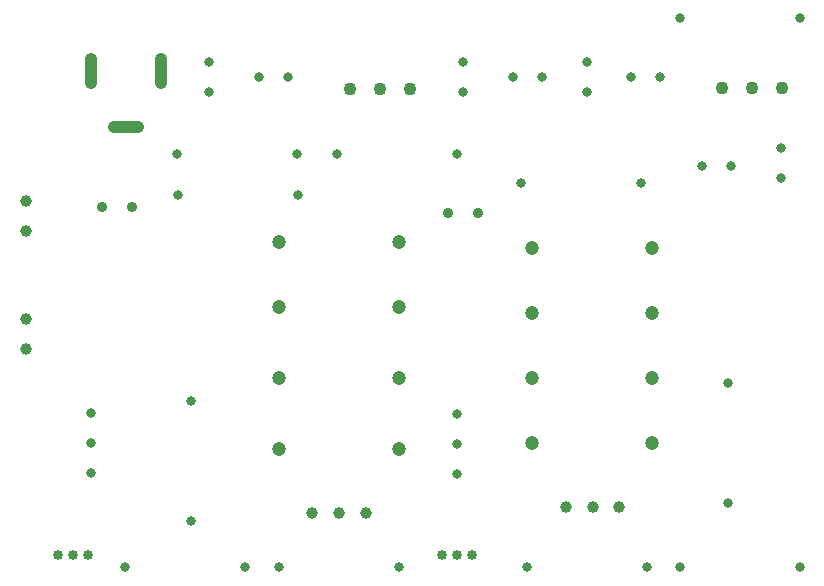
<source format=gbr>
%TF.GenerationSoftware,KiCad,Pcbnew,9.0.7*%
%TF.CreationDate,2026-02-15T23:24:22+05:30*%
%TF.ProjectId,Battery_Management_System,42617474-6572-4795-9f4d-616e6167656d,rev?*%
%TF.SameCoordinates,Original*%
%TF.FileFunction,Plated,1,2,PTH,Mixed*%
%TF.FilePolarity,Positive*%
%FSLAX46Y46*%
G04 Gerber Fmt 4.6, Leading zero omitted, Abs format (unit mm)*
G04 Created by KiCad (PCBNEW 9.0.7) date 2026-02-15 23:24:22*
%MOMM*%
%LPD*%
G01*
G04 APERTURE LIST*
%TA.AperFunction,ComponentDrill*%
%ADD10C,0.800000*%
%TD*%
%TA.AperFunction,ComponentDrill*%
%ADD11C,0.850000*%
%TD*%
%TA.AperFunction,ComponentDrill*%
%ADD12C,0.900000*%
%TD*%
%TA.AperFunction,ComponentDrill*%
%ADD13C,1.000000*%
%TD*%
G04 aperture for slot hole*
%TA.AperFunction,ComponentDrill*%
%ADD14C,1.000000*%
%TD*%
%TA.AperFunction,ComponentDrill*%
%ADD15C,1.100000*%
%TD*%
%TA.AperFunction,ComponentDrill*%
%ADD16C,1.200000*%
%TD*%
G04 APERTURE END LIST*
D10*
%TO.C,RV1*%
X104000000Y-114960000D03*
X104000000Y-117500000D03*
X104000000Y-120040000D03*
%TO.C,R1*%
X106920000Y-128000000D03*
%TO.C,R10*%
X111340000Y-93000000D03*
%TO.C,R11*%
X111420000Y-96500000D03*
%TO.C,R2*%
X112500000Y-113920000D03*
X112500000Y-124080000D03*
%TO.C,C2*%
X114000000Y-85250000D03*
X114000000Y-87750000D03*
%TO.C,R1*%
X117080000Y-128000000D03*
%TO.C,C8*%
X118250000Y-86500000D03*
%TO.C,R3*%
X119920000Y-128000000D03*
%TO.C,C8*%
X120750000Y-86500000D03*
%TO.C,R10*%
X121500000Y-93000000D03*
%TO.C,R11*%
X121580000Y-96500000D03*
%TO.C,R9*%
X124840000Y-93000000D03*
%TO.C,R3*%
X130080000Y-128000000D03*
%TO.C,R9*%
X135000000Y-93000000D03*
%TO.C,RV2*%
X135000000Y-115000000D03*
X135000000Y-117540000D03*
X135000000Y-120080000D03*
%TO.C,C1*%
X135500000Y-85250000D03*
X135500000Y-87750000D03*
%TO.C,C3*%
X139750000Y-86500000D03*
%TO.C,R20*%
X140420000Y-95500000D03*
%TO.C,R19*%
X140920000Y-128000000D03*
%TO.C,C3*%
X142250000Y-86500000D03*
%TO.C,C4*%
X146000000Y-85250000D03*
X146000000Y-87750000D03*
%TO.C,C6*%
X149750000Y-86500000D03*
%TO.C,R20*%
X150580000Y-95500000D03*
%TO.C,R19*%
X151080000Y-128000000D03*
%TO.C,C6*%
X152250000Y-86500000D03*
%TO.C,R14*%
X153920000Y-81500000D03*
%TO.C,R17*%
X153920000Y-128000000D03*
%TO.C,C5*%
X155750000Y-94000000D03*
%TO.C,R18*%
X158000000Y-112420000D03*
X158000000Y-122580000D03*
%TO.C,C5*%
X158250000Y-94000000D03*
%TO.C,C7*%
X162500000Y-92500000D03*
X162500000Y-95000000D03*
%TO.C,R14*%
X164080000Y-81500000D03*
%TO.C,R17*%
X164080000Y-128000000D03*
D11*
%TO.C,U3*%
X101230000Y-127000000D03*
X102500000Y-127000000D03*
X103770000Y-127000000D03*
%TO.C,U5*%
X133730000Y-127000000D03*
X135000000Y-127000000D03*
X136270000Y-127000000D03*
D12*
%TO.C,D10*%
X104960000Y-97500000D03*
X107500000Y-97500000D03*
%TO.C,D15*%
X134230000Y-98000000D03*
X136770000Y-98000000D03*
D13*
%TO.C,B1+*%
X98500000Y-97000000D03*
X98500000Y-99540000D03*
%TO.C,B2+*%
X98500000Y-107000000D03*
X98500000Y-109540000D03*
D14*
%TO.C,J1*%
X104000000Y-87000000D02*
X104000000Y-85000000D01*
X108000000Y-90700000D02*
X106000000Y-90700000D01*
X110000000Y-87000000D02*
X110000000Y-85000000D01*
D13*
%TO.C,Q1*%
X122725000Y-123375000D03*
X125005000Y-123375000D03*
X127285000Y-123375000D03*
%TO.C,Q3*%
X144225000Y-122875000D03*
X146505000Y-122875000D03*
X148785000Y-122875000D03*
D15*
%TO.C,U2*%
X126000000Y-87500000D03*
X128540000Y-87500000D03*
X131080000Y-87500000D03*
%TO.C,U1*%
X157460000Y-87445000D03*
X160000000Y-87445000D03*
X162540000Y-87445000D03*
D16*
%TO.C,D9*%
X119920000Y-100500000D03*
%TO.C,D12*%
X119920000Y-106000000D03*
%TO.C,D13*%
X119920000Y-112000000D03*
%TO.C,D14*%
X119920000Y-118000000D03*
%TO.C,D9*%
X130080000Y-100500000D03*
%TO.C,D12*%
X130080000Y-106000000D03*
%TO.C,D13*%
X130080000Y-112000000D03*
%TO.C,D14*%
X130080000Y-118000000D03*
%TO.C,D1*%
X141340000Y-101000000D03*
%TO.C,D2*%
X141340000Y-106500000D03*
%TO.C,D3*%
X141340000Y-112000000D03*
%TO.C,D4*%
X141340000Y-117500000D03*
%TO.C,D1*%
X151500000Y-101000000D03*
%TO.C,D2*%
X151500000Y-106500000D03*
%TO.C,D3*%
X151500000Y-112000000D03*
%TO.C,D4*%
X151500000Y-117500000D03*
M02*

</source>
